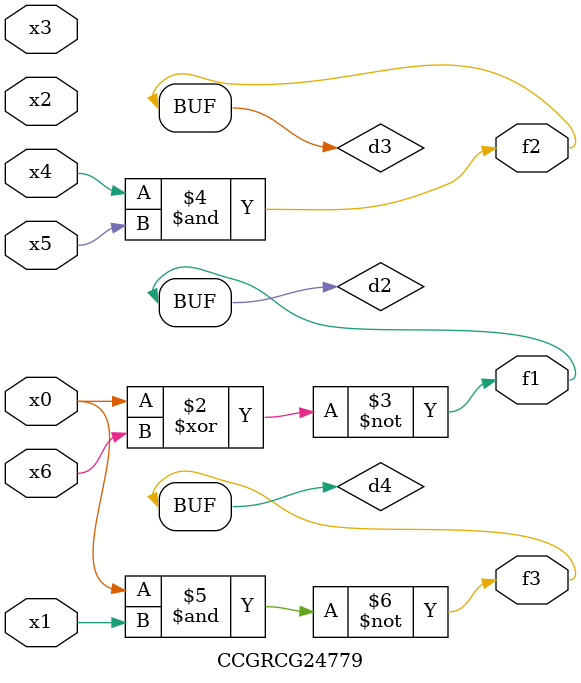
<source format=v>
module CCGRCG24779(
	input x0, x1, x2, x3, x4, x5, x6,
	output f1, f2, f3
);

	wire d1, d2, d3, d4;

	nor (d1, x0);
	xnor (d2, x0, x6);
	and (d3, x4, x5);
	nand (d4, x0, x1);
	assign f1 = d2;
	assign f2 = d3;
	assign f3 = d4;
endmodule

</source>
